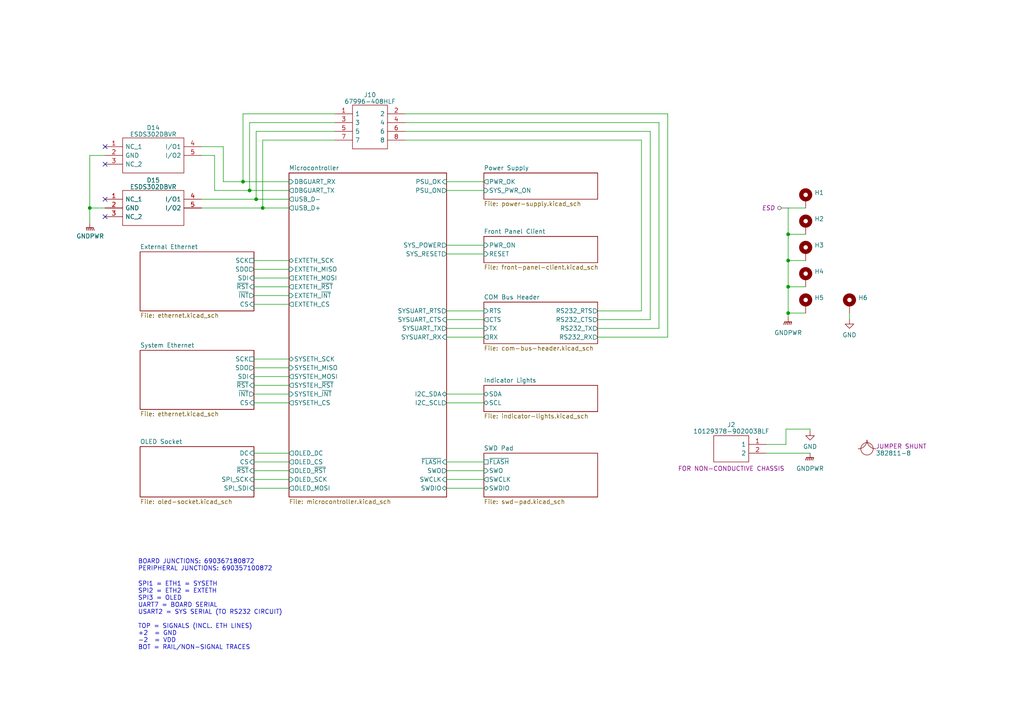
<source format=kicad_sch>
(kicad_sch (version 20230121) (generator eeschema)

  (uuid e89dcd22-1250-4a5b-b778-1c95a0dd623d)

  (paper "A4")

  (title_block
    (title "Oro Link")
    (date "2023-03-22")
    (rev "3")
    (company "Oro Operating System")
    (comment 1 "://oro.sh")
    (comment 2 "Joshua Lee Junon")
  )

  (lib_symbols
    (symbol "Mechanical:MountingHole_Pad" (pin_numbers hide) (pin_names (offset 1.016) hide) (in_bom yes) (on_board yes)
      (property "Reference" "H" (at 0 6.35 0)
        (effects (font (size 1.27 1.27)))
      )
      (property "Value" "MountingHole_Pad" (at 0 4.445 0)
        (effects (font (size 1.27 1.27)))
      )
      (property "Footprint" "" (at 0 0 0)
        (effects (font (size 1.27 1.27)) hide)
      )
      (property "Datasheet" "~" (at 0 0 0)
        (effects (font (size 1.27 1.27)) hide)
      )
      (property "ki_keywords" "mounting hole" (at 0 0 0)
        (effects (font (size 1.27 1.27)) hide)
      )
      (property "ki_description" "Mounting Hole with connection" (at 0 0 0)
        (effects (font (size 1.27 1.27)) hide)
      )
      (property "ki_fp_filters" "MountingHole*Pad*" (at 0 0 0)
        (effects (font (size 1.27 1.27)) hide)
      )
      (symbol "MountingHole_Pad_0_1"
        (circle (center 0 1.27) (radius 1.27)
          (stroke (width 1.27) (type default))
          (fill (type none))
        )
      )
      (symbol "MountingHole_Pad_1_1"
        (pin input line (at 0 -2.54 90) (length 2.54)
          (name "1" (effects (font (size 1.27 1.27))))
          (number "1" (effects (font (size 1.27 1.27))))
        )
      )
    )
    (symbol "Oro:BOM Part" (in_bom yes) (on_board no)
      (property "Reference" "B" (at 0 0 0)
        (effects (font (size 1.27 1.27)))
      )
      (property "Value" "BOM Part" (at 0 -2.54 0)
        (effects (font (size 1.27 1.27)))
      )
      (property "Footprint" "" (at 0 0 0)
        (effects (font (size 1.27 1.27)) hide)
      )
      (property "Datasheet" "" (at 0 0 0)
        (effects (font (size 1.27 1.27)) hide)
      )
      (property "Sim.Enable" "0" (at 0 0 0)
        (effects (font (size 1.27 1.27)) hide)
      )
      (symbol "BOM Part_0_1"
        (arc (start -2.54 0) (mid -2.54 0) (end -2.54 0)
          (stroke (width 0) (type default))
          (fill (type none))
        )
        (arc (start -2.54 0) (mid -0.7439 0.7439) (end 0 2.54)
          (stroke (width 0) (type default))
          (fill (type none))
        )
        (circle (center 0 0) (radius 1.7961)
          (stroke (width 0) (type default))
          (fill (type none))
        )
        (arc (start 0 2.54) (mid 0.7439 0.7439) (end 2.54 0)
          (stroke (width 0) (type default))
          (fill (type none))
        )
      )
    )
    (symbol "SamacSys_Parts:10129378-902003BLF" (pin_names (offset 0.762)) (in_bom yes) (on_board yes)
      (property "Reference" "J" (at 16.51 7.62 0)
        (effects (font (size 1.27 1.27)) (justify left))
      )
      (property "Value" "10129378-902003BLF" (at 16.51 5.08 0)
        (effects (font (size 1.27 1.27)) (justify left))
      )
      (property "Footprint" "HDRV2W67P0X254_1X2_508X241X1082P" (at 16.51 2.54 0)
        (effects (font (size 1.27 1.27)) (justify left) hide)
      )
      (property "Datasheet" "https://cdn.amphenol-cs.com/media/wysiwyg/files/drawing/10129378.pdf" (at 16.51 0 0)
        (effects (font (size 1.27 1.27)) (justify left) hide)
      )
      (property "Description" "EconoStik 2.54mm, Board to Board Connector, Unshrouded Verticl Header, Through Hole, Single Row, 2 Positions, 2.54 mm (0.100in) Pitch." (at 16.51 -2.54 0)
        (effects (font (size 1.27 1.27)) (justify left) hide)
      )
      (property "Height" "10.82" (at 16.51 -5.08 0)
        (effects (font (size 1.27 1.27)) (justify left) hide)
      )
      (property "Manufacturer_Name" "Amphenol Communication Solutions" (at 16.51 -7.62 0)
        (effects (font (size 1.27 1.27)) (justify left) hide)
      )
      (property "Manufacturer_Part_Number" "10129378-902003BLF" (at 16.51 -10.16 0)
        (effects (font (size 1.27 1.27)) (justify left) hide)
      )
      (property "Mouser Part Number" "649-1012937890203BLF" (at 16.51 -12.7 0)
        (effects (font (size 1.27 1.27)) (justify left) hide)
      )
      (property "Mouser Price/Stock" "https://www.mouser.co.uk/ProductDetail/Amphenol-FCI/10129378-902003BLF?qs=0lQeLiL1qyZU%252BgRaQ8FKPg%3D%3D" (at 16.51 -15.24 0)
        (effects (font (size 1.27 1.27)) (justify left) hide)
      )
      (property "Arrow Part Number" "" (at 16.51 -17.78 0)
        (effects (font (size 1.27 1.27)) (justify left) hide)
      )
      (property "Arrow Price/Stock" "" (at 16.51 -20.32 0)
        (effects (font (size 1.27 1.27)) (justify left) hide)
      )
      (property "ki_description" "EconoStik 2.54mm, Board to Board Connector, Unshrouded Verticl Header, Through Hole, Single Row, 2 Positions, 2.54 mm (0.100in) Pitch." (at 0 0 0)
        (effects (font (size 1.27 1.27)) hide)
      )
      (symbol "10129378-902003BLF_0_0"
        (pin passive line (at 0 0 0) (length 5.08)
          (name "1" (effects (font (size 1.27 1.27))))
          (number "1" (effects (font (size 1.27 1.27))))
        )
        (pin passive line (at 0 -2.54 0) (length 5.08)
          (name "2" (effects (font (size 1.27 1.27))))
          (number "2" (effects (font (size 1.27 1.27))))
        )
      )
      (symbol "10129378-902003BLF_0_1"
        (polyline
          (pts
            (xy 5.08 2.54)
            (xy 15.24 2.54)
            (xy 15.24 -5.08)
            (xy 5.08 -5.08)
            (xy 5.08 2.54)
          )
          (stroke (width 0.1524) (type solid))
          (fill (type none))
        )
      )
    )
    (symbol "SamacSys_Parts:67996-408HLF" (pin_names (offset 0.762)) (in_bom yes) (on_board yes)
      (property "Reference" "J" (at 16.51 7.62 0)
        (effects (font (size 1.27 1.27)) (justify left))
      )
      (property "Value" "67996-408HLF" (at 16.51 5.08 0)
        (effects (font (size 1.27 1.27)) (justify left))
      )
      (property "Footprint" "HDRV8W89P254_2X4_1016X483X858P" (at 16.51 2.54 0)
        (effects (font (size 1.27 1.27)) (justify left) hide)
      )
      (property "Datasheet" "https://cdn.amphenol-cs.com/media/wysiwyg/files/drawing/67996.pdf" (at 16.51 0 0)
        (effects (font (size 1.27 1.27)) (justify left) hide)
      )
      (property "Description" "BergStik, Board to Board connector, Unshrouded vertical header, Through Hole, Double Row, 8 Positions, 2.54 mm (0.100in) Pitch" (at 16.51 -2.54 0)
        (effects (font (size 1.27 1.27)) (justify left) hide)
      )
      (property "Height" "8.58" (at 16.51 -5.08 0)
        (effects (font (size 1.27 1.27)) (justify left) hide)
      )
      (property "Manufacturer_Name" "Amphenol Communications Solutions" (at 16.51 -7.62 0)
        (effects (font (size 1.27 1.27)) (justify left) hide)
      )
      (property "Manufacturer_Part_Number" "67996-408HLF" (at 16.51 -10.16 0)
        (effects (font (size 1.27 1.27)) (justify left) hide)
      )
      (property "Mouser Part Number" "649-67996-408HLF" (at 16.51 -12.7 0)
        (effects (font (size 1.27 1.27)) (justify left) hide)
      )
      (property "Mouser Price/Stock" "https://www.mouser.co.uk/ProductDetail/Amphenol-FCI/67996-408HLF?qs=zh4O8xspOux8A5Dq3mcAKw%3D%3D" (at 16.51 -15.24 0)
        (effects (font (size 1.27 1.27)) (justify left) hide)
      )
      (property "Arrow Part Number" "67996-408HLF" (at 16.51 -17.78 0)
        (effects (font (size 1.27 1.27)) (justify left) hide)
      )
      (property "Arrow Price/Stock" "https://www.arrow.com/en/products/67996-408hlf/amphenol-fci" (at 16.51 -20.32 0)
        (effects (font (size 1.27 1.27)) (justify left) hide)
      )
      (property "ki_description" "BergStik, Board to Board connector, Unshrouded vertical header, Through Hole, Double Row, 8 Positions, 2.54 mm (0.100in) Pitch" (at 0 0 0)
        (effects (font (size 1.27 1.27)) hide)
      )
      (symbol "67996-408HLF_0_0"
        (pin passive line (at 0 0 0) (length 5.08)
          (name "1" (effects (font (size 1.27 1.27))))
          (number "1" (effects (font (size 1.27 1.27))))
        )
        (pin passive line (at 20.32 0 180) (length 5.08)
          (name "2" (effects (font (size 1.27 1.27))))
          (number "2" (effects (font (size 1.27 1.27))))
        )
        (pin passive line (at 0 -2.54 0) (length 5.08)
          (name "3" (effects (font (size 1.27 1.27))))
          (number "3" (effects (font (size 1.27 1.27))))
        )
        (pin passive line (at 20.32 -2.54 180) (length 5.08)
          (name "4" (effects (font (size 1.27 1.27))))
          (number "4" (effects (font (size 1.27 1.27))))
        )
        (pin passive line (at 0 -5.08 0) (length 5.08)
          (name "5" (effects (font (size 1.27 1.27))))
          (number "5" (effects (font (size 1.27 1.27))))
        )
        (pin passive line (at 20.32 -5.08 180) (length 5.08)
          (name "6" (effects (font (size 1.27 1.27))))
          (number "6" (effects (font (size 1.27 1.27))))
        )
        (pin passive line (at 0 -7.62 0) (length 5.08)
          (name "7" (effects (font (size 1.27 1.27))))
          (number "7" (effects (font (size 1.27 1.27))))
        )
        (pin passive line (at 20.32 -7.62 180) (length 5.08)
          (name "8" (effects (font (size 1.27 1.27))))
          (number "8" (effects (font (size 1.27 1.27))))
        )
      )
      (symbol "67996-408HLF_0_1"
        (polyline
          (pts
            (xy 5.08 2.54)
            (xy 15.24 2.54)
            (xy 15.24 -10.16)
            (xy 5.08 -10.16)
            (xy 5.08 2.54)
          )
          (stroke (width 0.1524) (type solid))
          (fill (type none))
        )
      )
    )
    (symbol "SamacSys_Parts:ESDS302DBVR" (pin_names (offset 0.762)) (in_bom yes) (on_board yes)
      (property "Reference" "D" (at 24.13 7.62 0)
        (effects (font (size 1.27 1.27)) (justify left))
      )
      (property "Value" "ESDS302DBVR" (at 24.13 5.08 0)
        (effects (font (size 1.27 1.27)) (justify left))
      )
      (property "Footprint" "SOT95P280X145-5N" (at 24.13 2.54 0)
        (effects (font (size 1.27 1.27)) (justify left) hide)
      )
      (property "Datasheet" "http://www.ti.com/lit/gpn/esds302" (at 24.13 0 0)
        (effects (font (size 1.27 1.27)) (justify left) hide)
      )
      (property "Description" "3.6V Data-Line Surge and 30kV ESD Protection Diode Array" (at 24.13 -2.54 0)
        (effects (font (size 1.27 1.27)) (justify left) hide)
      )
      (property "Height" "1.45" (at 24.13 -5.08 0)
        (effects (font (size 1.27 1.27)) (justify left) hide)
      )
      (property "Manufacturer_Name" "Texas Instruments" (at 24.13 -7.62 0)
        (effects (font (size 1.27 1.27)) (justify left) hide)
      )
      (property "Manufacturer_Part_Number" "ESDS302DBVR" (at 24.13 -10.16 0)
        (effects (font (size 1.27 1.27)) (justify left) hide)
      )
      (property "Mouser Part Number" "595-ESDS302DBVR" (at 24.13 -12.7 0)
        (effects (font (size 1.27 1.27)) (justify left) hide)
      )
      (property "Mouser Price/Stock" "https://www.mouser.co.uk/ProductDetail/Texas-Instruments/ESDS302DBVR?qs=qSfuJ%252Bfl%2Fd4NxvvS2bbWLw%3D%3D" (at 24.13 -15.24 0)
        (effects (font (size 1.27 1.27)) (justify left) hide)
      )
      (property "Arrow Part Number" "ESDS302DBVR" (at 24.13 -17.78 0)
        (effects (font (size 1.27 1.27)) (justify left) hide)
      )
      (property "Arrow Price/Stock" "https://www.arrow.com/en/products/esds302dbvr/texas-instruments" (at 24.13 -20.32 0)
        (effects (font (size 1.27 1.27)) (justify left) hide)
      )
      (property "ki_description" "3.6V Data-Line Surge and 30kV ESD Protection Diode Array" (at 0 0 0)
        (effects (font (size 1.27 1.27)) hide)
      )
      (symbol "ESDS302DBVR_0_0"
        (pin passive line (at 0 0 0) (length 5.08)
          (name "NC_1" (effects (font (size 1.27 1.27))))
          (number "1" (effects (font (size 1.27 1.27))))
        )
        (pin passive line (at 0 -2.54 0) (length 5.08)
          (name "GND" (effects (font (size 1.27 1.27))))
          (number "2" (effects (font (size 1.27 1.27))))
        )
        (pin passive line (at 0 -5.08 0) (length 5.08)
          (name "NC_2" (effects (font (size 1.27 1.27))))
          (number "3" (effects (font (size 1.27 1.27))))
        )
        (pin passive line (at 27.94 0 180) (length 5.08)
          (name "I/O1" (effects (font (size 1.27 1.27))))
          (number "4" (effects (font (size 1.27 1.27))))
        )
        (pin passive line (at 27.94 -2.54 180) (length 5.08)
          (name "I/O2" (effects (font (size 1.27 1.27))))
          (number "5" (effects (font (size 1.27 1.27))))
        )
      )
      (symbol "ESDS302DBVR_0_1"
        (polyline
          (pts
            (xy 5.08 2.54)
            (xy 22.86 2.54)
            (xy 22.86 -7.62)
            (xy 5.08 -7.62)
            (xy 5.08 2.54)
          )
          (stroke (width 0.1524) (type solid))
          (fill (type none))
        )
      )
    )
    (symbol "power:GND" (power) (pin_names (offset 0)) (in_bom yes) (on_board yes)
      (property "Reference" "#PWR" (at 0 -6.35 0)
        (effects (font (size 1.27 1.27)) hide)
      )
      (property "Value" "GND" (at 0 -3.81 0)
        (effects (font (size 1.27 1.27)))
      )
      (property "Footprint" "" (at 0 0 0)
        (effects (font (size 1.27 1.27)) hide)
      )
      (property "Datasheet" "" (at 0 0 0)
        (effects (font (size 1.27 1.27)) hide)
      )
      (property "ki_keywords" "global power" (at 0 0 0)
        (effects (font (size 1.27 1.27)) hide)
      )
      (property "ki_description" "Power symbol creates a global label with name \"GND\" , ground" (at 0 0 0)
        (effects (font (size 1.27 1.27)) hide)
      )
      (symbol "GND_0_1"
        (polyline
          (pts
            (xy 0 0)
            (xy 0 -1.27)
            (xy 1.27 -1.27)
            (xy 0 -2.54)
            (xy -1.27 -1.27)
            (xy 0 -1.27)
          )
          (stroke (width 0) (type default))
          (fill (type none))
        )
      )
      (symbol "GND_1_1"
        (pin power_in line (at 0 0 270) (length 0) hide
          (name "GND" (effects (font (size 1.27 1.27))))
          (number "1" (effects (font (size 1.27 1.27))))
        )
      )
    )
    (symbol "power:GNDPWR" (power) (pin_names (offset 0)) (in_bom yes) (on_board yes)
      (property "Reference" "#PWR" (at 0 -5.08 0)
        (effects (font (size 1.27 1.27)) hide)
      )
      (property "Value" "GNDPWR" (at 0 -3.302 0)
        (effects (font (size 1.27 1.27)))
      )
      (property "Footprint" "" (at 0 -1.27 0)
        (effects (font (size 1.27 1.27)) hide)
      )
      (property "Datasheet" "" (at 0 -1.27 0)
        (effects (font (size 1.27 1.27)) hide)
      )
      (property "ki_keywords" "global ground" (at 0 0 0)
        (effects (font (size 1.27 1.27)) hide)
      )
      (property "ki_description" "Power symbol creates a global label with name \"GNDPWR\" , global ground" (at 0 0 0)
        (effects (font (size 1.27 1.27)) hide)
      )
      (symbol "GNDPWR_0_1"
        (polyline
          (pts
            (xy 0 -1.27)
            (xy 0 0)
          )
          (stroke (width 0) (type default))
          (fill (type none))
        )
        (polyline
          (pts
            (xy -1.016 -1.27)
            (xy -1.27 -2.032)
            (xy -1.27 -2.032)
          )
          (stroke (width 0.2032) (type default))
          (fill (type none))
        )
        (polyline
          (pts
            (xy -0.508 -1.27)
            (xy -0.762 -2.032)
            (xy -0.762 -2.032)
          )
          (stroke (width 0.2032) (type default))
          (fill (type none))
        )
        (polyline
          (pts
            (xy 0 -1.27)
            (xy -0.254 -2.032)
            (xy -0.254 -2.032)
          )
          (stroke (width 0.2032) (type default))
          (fill (type none))
        )
        (polyline
          (pts
            (xy 0.508 -1.27)
            (xy 0.254 -2.032)
            (xy 0.254 -2.032)
          )
          (stroke (width 0.2032) (type default))
          (fill (type none))
        )
        (polyline
          (pts
            (xy 1.016 -1.27)
            (xy -1.016 -1.27)
            (xy -1.016 -1.27)
          )
          (stroke (width 0.2032) (type default))
          (fill (type none))
        )
        (polyline
          (pts
            (xy 1.016 -1.27)
            (xy 0.762 -2.032)
            (xy 0.762 -2.032)
            (xy 0.762 -2.032)
          )
          (stroke (width 0.2032) (type default))
          (fill (type none))
        )
      )
      (symbol "GNDPWR_1_1"
        (pin power_in line (at 0 0 270) (length 0) hide
          (name "GNDPWR" (effects (font (size 1.27 1.27))))
          (number "1" (effects (font (size 1.27 1.27))))
        )
      )
    )
  )

  (junction (at 76.2 60.325) (diameter 0) (color 0 0 0 0)
    (uuid 519ab96c-b941-4120-ac40-fbdff78741d1)
  )
  (junction (at 70.485 52.705) (diameter 0) (color 0 0 0 0)
    (uuid 5787083e-1b0b-46b5-9cf5-dbd8f4481593)
  )
  (junction (at 228.6 67.945) (diameter 0) (color 0 0 0 0)
    (uuid 661b6141-8f87-4fbc-8363-a52e3091c355)
  )
  (junction (at 228.6 90.805) (diameter 0) (color 0 0 0 0)
    (uuid 72ac2370-36d1-4e7e-b6d9-a8e456139b1a)
  )
  (junction (at 228.6 75.565) (diameter 0) (color 0 0 0 0)
    (uuid 890fab9e-fe61-44dd-9b7a-10838dc26fef)
  )
  (junction (at 228.6 83.185) (diameter 0) (color 0 0 0 0)
    (uuid 9fcb5745-c291-46de-b02c-f7c8d023001e)
  )
  (junction (at 74.295 57.785) (diameter 0) (color 0 0 0 0)
    (uuid bd6fe481-d59b-4626-9e23-cd3fbc600ec2)
  )
  (junction (at 26.035 60.325) (diameter 0) (color 0 0 0 0)
    (uuid d7469f64-9197-4c07-8214-357cf3ee6e9f)
  )
  (junction (at 72.39 55.245) (diameter 0) (color 0 0 0 0)
    (uuid e760638a-21e0-4458-a079-5aedeff01bbf)
  )

  (no_connect (at 30.48 57.785) (uuid 217547ca-ee6d-4248-ac05-3d83617224b5))
  (no_connect (at 30.48 62.865) (uuid a92c9d6a-8cf4-4d57-bca7-5dd34511791c))
  (no_connect (at 30.48 47.625) (uuid c696a51b-ed52-499d-a268-b516ebcb1bab))
  (no_connect (at 30.48 42.545) (uuid e34fb80a-76ea-4cc0-8a4b-7876cf74f704))

  (wire (pts (xy 73.66 109.22) (xy 83.82 109.22))
    (stroke (width 0) (type default))
    (uuid 01db7def-863f-4460-a802-2ec51dfb9367)
  )
  (wire (pts (xy 70.485 33.02) (xy 97.155 33.02))
    (stroke (width 0) (type default))
    (uuid 036d3013-9595-4cc0-bea0-90d90156a23c)
  )
  (wire (pts (xy 62.23 55.245) (xy 62.23 45.085))
    (stroke (width 0) (type default))
    (uuid 04f6c70f-3735-4e4b-b285-32a03e7c6123)
  )
  (wire (pts (xy 73.66 88.265) (xy 83.82 88.265))
    (stroke (width 0) (type default))
    (uuid 10ca1b8d-b487-4903-8905-351b7f5e2867)
  )
  (wire (pts (xy 228.6 83.185) (xy 233.68 83.185))
    (stroke (width 0) (type default))
    (uuid 11329b25-db6b-4a32-9b34-0d5e1db212d8)
  )
  (wire (pts (xy 228.6 60.325) (xy 233.68 60.325))
    (stroke (width 0) (type default))
    (uuid 17acbf68-0b18-4ef7-ba31-0952c5b6ba49)
  )
  (wire (pts (xy 186.055 90.17) (xy 186.055 40.64))
    (stroke (width 0) (type default))
    (uuid 1a783963-0101-49c2-b6fb-ae61bfb14778)
  )
  (wire (pts (xy 73.66 75.565) (xy 83.82 75.565))
    (stroke (width 0) (type default))
    (uuid 1ab50632-c857-41a9-8a63-55b3d8566a6a)
  )
  (wire (pts (xy 228.6 75.565) (xy 233.68 75.565))
    (stroke (width 0) (type default))
    (uuid 1f0845af-4707-4b33-abd4-d730afdac851)
  )
  (wire (pts (xy 70.485 52.705) (xy 70.485 33.02))
    (stroke (width 0) (type default))
    (uuid 25205aec-de05-41e6-83cf-cca130b6193f)
  )
  (wire (pts (xy 129.54 97.79) (xy 140.335 97.79))
    (stroke (width 0) (type default))
    (uuid 28118b36-6637-4bcb-b125-ceab1d16aaca)
  )
  (wire (pts (xy 76.2 40.64) (xy 97.155 40.64))
    (stroke (width 0) (type default))
    (uuid 2d8cc211-894a-43ce-80f7-6bb0cb112226)
  )
  (wire (pts (xy 73.66 111.76) (xy 83.82 111.76))
    (stroke (width 0) (type default))
    (uuid 3001de68-d355-4341-b3ae-afe7b3089673)
  )
  (wire (pts (xy 76.2 60.325) (xy 76.2 40.64))
    (stroke (width 0) (type default))
    (uuid 353e7f56-5f7e-4cda-b7d4-59ab77b055a6)
  )
  (wire (pts (xy 73.66 139.065) (xy 83.82 139.065))
    (stroke (width 0) (type default))
    (uuid 4072240e-cfa3-47f8-837f-e2d9c720eb6b)
  )
  (wire (pts (xy 173.355 95.25) (xy 191.135 95.25))
    (stroke (width 0) (type default))
    (uuid 42bdfc22-5b82-457e-a3d2-3ef5d96d01c2)
  )
  (wire (pts (xy 73.66 80.645) (xy 83.82 80.645))
    (stroke (width 0) (type default))
    (uuid 47418031-dcdc-4b38-bff9-ed373f689568)
  )
  (wire (pts (xy 74.295 57.785) (xy 74.295 38.1))
    (stroke (width 0) (type default))
    (uuid 47fd6688-0cc3-4037-9b27-bfc48643a096)
  )
  (wire (pts (xy 64.77 42.545) (xy 58.42 42.545))
    (stroke (width 0) (type default))
    (uuid 49fb8455-2a82-4128-a549-4706cc589046)
  )
  (wire (pts (xy 70.485 52.705) (xy 83.82 52.705))
    (stroke (width 0) (type default))
    (uuid 4d9a922b-8b1a-44a2-8a0f-6bf2d33d2713)
  )
  (wire (pts (xy 73.66 131.445) (xy 83.82 131.445))
    (stroke (width 0) (type default))
    (uuid 4db8af70-dc43-4e8d-a7a2-42222cf9f24b)
  )
  (wire (pts (xy 58.42 57.785) (xy 74.295 57.785))
    (stroke (width 0) (type default))
    (uuid 4dd8d431-430d-483e-85b2-d89c439b7743)
  )
  (wire (pts (xy 129.54 55.245) (xy 140.335 55.245))
    (stroke (width 0) (type default))
    (uuid 4fe290a5-c5f4-426d-95a6-8df60097a32f)
  )
  (wire (pts (xy 73.66 78.105) (xy 83.82 78.105))
    (stroke (width 0) (type default))
    (uuid 52ff3c14-b567-41c9-abbf-a2ef3f189d43)
  )
  (wire (pts (xy 64.77 52.705) (xy 64.77 42.545))
    (stroke (width 0) (type default))
    (uuid 54704a0c-804a-41be-b2d4-b12285383855)
  )
  (wire (pts (xy 173.355 90.17) (xy 186.055 90.17))
    (stroke (width 0) (type default))
    (uuid 57148e95-decf-4d21-a416-44c321855822)
  )
  (wire (pts (xy 246.38 90.805) (xy 246.38 92.71))
    (stroke (width 0) (type default))
    (uuid 582f160a-3241-43d1-95fb-c040e2912d2e)
  )
  (wire (pts (xy 58.42 60.325) (xy 76.2 60.325))
    (stroke (width 0) (type default))
    (uuid 5c76b6b4-87db-4513-bce8-d87861bde70a)
  )
  (wire (pts (xy 227.965 124.46) (xy 234.95 124.46))
    (stroke (width 0) (type default))
    (uuid 61e231bb-fd90-4605-8ea0-0762f3b26ad9)
  )
  (wire (pts (xy 62.23 45.085) (xy 58.42 45.085))
    (stroke (width 0) (type default))
    (uuid 66fc3c4a-a2a7-4c23-a789-bc8435e5e047)
  )
  (wire (pts (xy 30.48 45.085) (xy 26.035 45.085))
    (stroke (width 0) (type default))
    (uuid 690f768e-efff-4453-8ef4-ae3d6b879c1c)
  )
  (wire (pts (xy 117.475 33.02) (xy 193.675 33.02))
    (stroke (width 0) (type default))
    (uuid 69b46502-60d4-4154-9fe2-9edf26197a11)
  )
  (wire (pts (xy 228.6 90.805) (xy 233.68 90.805))
    (stroke (width 0) (type default))
    (uuid 6c532b15-a398-447e-b1e7-86a4c5f65e27)
  )
  (wire (pts (xy 73.66 136.525) (xy 83.82 136.525))
    (stroke (width 0) (type default))
    (uuid 6d5f7412-4a81-4c1d-a3ae-7c347d93f5bd)
  )
  (wire (pts (xy 234.95 124.46) (xy 234.95 125.095))
    (stroke (width 0) (type default))
    (uuid 6e79d260-73a2-4f1e-bca7-6acc0b172f17)
  )
  (wire (pts (xy 193.675 97.79) (xy 193.675 33.02))
    (stroke (width 0) (type default))
    (uuid 7028f7fa-ceba-41c1-a743-5e979a45f948)
  )
  (wire (pts (xy 228.6 75.565) (xy 228.6 83.185))
    (stroke (width 0) (type default))
    (uuid 73ca7517-5e37-4047-8301-be66744c056b)
  )
  (wire (pts (xy 129.54 116.84) (xy 140.335 116.84))
    (stroke (width 0) (type default))
    (uuid 7b54ad0b-f4a9-44b5-a886-f5769a1496e0)
  )
  (wire (pts (xy 26.035 60.325) (xy 26.035 64.77))
    (stroke (width 0) (type default))
    (uuid 80f00e60-541b-4a72-b665-5495ffaaefbc)
  )
  (wire (pts (xy 73.66 85.725) (xy 83.82 85.725))
    (stroke (width 0) (type default))
    (uuid 83ed30c9-f060-4b12-84ef-26d3fb55fc99)
  )
  (wire (pts (xy 129.54 73.66) (xy 140.335 73.66))
    (stroke (width 0) (type default))
    (uuid 897a3fbf-a458-4dd6-8eb8-a567a8388310)
  )
  (wire (pts (xy 129.54 114.3) (xy 140.335 114.3))
    (stroke (width 0) (type default))
    (uuid 8a1495ed-2378-4ca1-8b57-dbe9ae54dd91)
  )
  (wire (pts (xy 129.54 92.71) (xy 140.335 92.71))
    (stroke (width 0) (type default))
    (uuid 8b7c7054-f565-4b9d-a7d0-1832ae3f140f)
  )
  (wire (pts (xy 129.54 141.605) (xy 140.335 141.605))
    (stroke (width 0) (type default))
    (uuid 924d4866-1d30-4676-90a2-f2a3e1da2929)
  )
  (wire (pts (xy 129.54 139.065) (xy 140.335 139.065))
    (stroke (width 0) (type default))
    (uuid 977abf6e-1aa6-4ed6-90f5-464ab8571b5d)
  )
  (wire (pts (xy 26.035 45.085) (xy 26.035 60.325))
    (stroke (width 0) (type default))
    (uuid 98baadb6-e09e-4910-a2c8-8e1a51ccc1a6)
  )
  (wire (pts (xy 73.66 116.84) (xy 83.82 116.84))
    (stroke (width 0) (type default))
    (uuid 9d00d30f-68a1-42eb-b2ea-fd2a7042acc2)
  )
  (wire (pts (xy 129.54 136.525) (xy 140.335 136.525))
    (stroke (width 0) (type default))
    (uuid 9fbe0aba-7154-4c92-af5d-890c437ce2bd)
  )
  (wire (pts (xy 129.54 90.17) (xy 140.335 90.17))
    (stroke (width 0) (type default))
    (uuid a1bce170-0825-4f27-8518-b3f29d266197)
  )
  (wire (pts (xy 73.66 83.185) (xy 83.82 83.185))
    (stroke (width 0) (type default))
    (uuid a41945d4-39a5-492e-9154-6006ae4870df)
  )
  (wire (pts (xy 62.23 55.245) (xy 72.39 55.245))
    (stroke (width 0) (type default))
    (uuid a89c211e-b284-4609-83c2-5093e0ad8e40)
  )
  (wire (pts (xy 228.6 67.945) (xy 228.6 75.565))
    (stroke (width 0) (type default))
    (uuid acf65e51-bedc-49c2-9896-c89457d2b6cd)
  )
  (wire (pts (xy 228.6 67.945) (xy 233.68 67.945))
    (stroke (width 0) (type default))
    (uuid acf9fc9f-11ae-49a9-9613-b3ac66687da8)
  )
  (wire (pts (xy 222.25 131.445) (xy 234.95 131.445))
    (stroke (width 0) (type default))
    (uuid b136255e-934a-411e-8f60-4c8d9b5bab99)
  )
  (wire (pts (xy 73.66 106.68) (xy 83.82 106.68))
    (stroke (width 0) (type default))
    (uuid b1afb864-391d-47ed-a95c-23001178e082)
  )
  (wire (pts (xy 117.475 38.1) (xy 188.595 38.1))
    (stroke (width 0) (type default))
    (uuid b2fda4d0-b392-4799-9784-03c87961238d)
  )
  (wire (pts (xy 228.6 60.325) (xy 228.6 67.945))
    (stroke (width 0) (type default))
    (uuid b455b3c7-14e4-4374-b47a-b490667d2b91)
  )
  (wire (pts (xy 72.39 35.56) (xy 97.155 35.56))
    (stroke (width 0) (type default))
    (uuid b4e5dc68-a4aa-4357-840d-20a1b11fe0fc)
  )
  (wire (pts (xy 129.54 95.25) (xy 140.335 95.25))
    (stroke (width 0) (type default))
    (uuid b5019148-2f84-4d09-99e2-8a3861857546)
  )
  (wire (pts (xy 129.54 52.705) (xy 140.335 52.705))
    (stroke (width 0) (type default))
    (uuid b6d9fd4c-f306-486b-94e6-284b8435a7db)
  )
  (wire (pts (xy 26.035 60.325) (xy 30.48 60.325))
    (stroke (width 0) (type default))
    (uuid b78905cd-cfb2-40e7-8bd6-56e7151cfd82)
  )
  (wire (pts (xy 228.6 83.185) (xy 228.6 90.805))
    (stroke (width 0) (type default))
    (uuid b7a9cc8a-acad-417f-b062-a79ffe1fb552)
  )
  (wire (pts (xy 74.295 38.1) (xy 97.155 38.1))
    (stroke (width 0) (type default))
    (uuid bbc2107f-7059-4517-a77b-5e48f9d1b025)
  )
  (wire (pts (xy 73.66 141.605) (xy 83.82 141.605))
    (stroke (width 0) (type default))
    (uuid be4501a4-49b6-4727-acd6-12aa07f212da)
  )
  (wire (pts (xy 72.39 55.245) (xy 72.39 35.56))
    (stroke (width 0) (type default))
    (uuid c07fd251-e3cd-4c16-a4e3-8ce1e3554406)
  )
  (wire (pts (xy 73.66 133.985) (xy 83.82 133.985))
    (stroke (width 0) (type default))
    (uuid c0f8e925-b3d5-4996-8c38-162725c1b471)
  )
  (wire (pts (xy 129.54 71.12) (xy 140.335 71.12))
    (stroke (width 0) (type default))
    (uuid c72279ae-b7b6-4607-8455-042ea6628670)
  )
  (wire (pts (xy 72.39 55.245) (xy 83.82 55.245))
    (stroke (width 0) (type default))
    (uuid c968107b-9bd1-41cc-b983-31f19ee89c91)
  )
  (wire (pts (xy 188.595 92.71) (xy 188.595 38.1))
    (stroke (width 0) (type default))
    (uuid ca8a7b42-83f0-40b6-b2af-10d849effb19)
  )
  (wire (pts (xy 73.66 114.3) (xy 83.82 114.3))
    (stroke (width 0) (type default))
    (uuid cbabc6c3-acc8-4b4d-adae-3e4f6f702ed5)
  )
  (wire (pts (xy 228.6 90.805) (xy 228.6 92.075))
    (stroke (width 0) (type default))
    (uuid cc4c89ed-c233-4db1-a03c-089866591fa8)
  )
  (wire (pts (xy 117.475 35.56) (xy 191.135 35.56))
    (stroke (width 0) (type default))
    (uuid cd963b88-f9d9-48f0-bf64-9d444f40c682)
  )
  (wire (pts (xy 173.355 92.71) (xy 188.595 92.71))
    (stroke (width 0) (type default))
    (uuid d80e3315-9497-4fca-87de-1c69bd14ddf9)
  )
  (wire (pts (xy 222.25 128.905) (xy 227.965 128.905))
    (stroke (width 0) (type default))
    (uuid dbc8eff9-3840-4de9-9678-1690b6411726)
  )
  (wire (pts (xy 191.135 95.25) (xy 191.135 35.56))
    (stroke (width 0) (type default))
    (uuid ddeb8c41-6f8a-4e32-a2af-fe534d9a220f)
  )
  (wire (pts (xy 76.2 60.325) (xy 83.82 60.325))
    (stroke (width 0) (type default))
    (uuid e8a3dda5-d6b6-4143-b01d-2d14b4e8c430)
  )
  (wire (pts (xy 117.475 40.64) (xy 186.055 40.64))
    (stroke (width 0) (type default))
    (uuid ea83593d-ca09-45d5-906b-42aea9eabb83)
  )
  (wire (pts (xy 73.66 104.14) (xy 83.82 104.14))
    (stroke (width 0) (type default))
    (uuid efd56462-d170-45cd-812b-e577b683338e)
  )
  (wire (pts (xy 129.54 133.985) (xy 140.335 133.985))
    (stroke (width 0) (type default))
    (uuid f003bedf-871b-450d-a195-835c502224fc)
  )
  (wire (pts (xy 64.77 52.705) (xy 70.485 52.705))
    (stroke (width 0) (type default))
    (uuid f172159b-1693-4eb7-8a74-ba4295e50b47)
  )
  (wire (pts (xy 74.295 57.785) (xy 83.82 57.785))
    (stroke (width 0) (type default))
    (uuid f2f0b0d8-5b67-4998-86bd-77dcee19d73b)
  )
  (wire (pts (xy 227.965 128.905) (xy 227.965 124.46))
    (stroke (width 0) (type default))
    (uuid f5be641e-e98d-42b6-87bb-d60278692764)
  )
  (wire (pts (xy 173.355 97.79) (xy 193.675 97.79))
    (stroke (width 0) (type default))
    (uuid ff742753-2cc4-45a9-980b-9f05e1480727)
  )

  (text "SPI1 = ETH1 = SYSETH\nSPI2 = ETH2 = EXTETH\nSPI3 = OLED\nUART7 = BOARD SERIAL\nUSART2 = SYS SERIAL (TO RS232 CIRCUIT)\n\nTOP = SIGNALS (INCL. ETH LINES)\n+2  = GND\n-2  = VDD\nBOT = RAIL/NON-SIGNAL TRACES"
    (at 40.005 188.595 0)
    (effects (font (size 1.27 1.27)) (justify left bottom))
    (uuid 3c640dba-fa52-4fbc-b48a-7d17584c9cc7)
  )
  (text "BOARD JUNCTIONS: 690367180872\nPERIPHERAL JUNCTIONS: 690357100872"
    (at 40.005 165.735 0)
    (effects (font (size 1.27 1.27)) (justify left bottom))
    (uuid 72181aa1-767c-413d-8006-ceee05ee5ba7)
  )

  (netclass_flag "" (length 2.54) (shape round) (at 228.6 60.325 90)
    (effects (font (size 1.27 1.27)) (justify left bottom))
    (uuid 3cd3452f-e245-4df6-b976-51a0071ccfae)
    (property "Netclass" "ESD" (at 224.79 60.325 0)
      (effects (font (size 1.27 1.27) italic) (justify right))
    )
  )

  (symbol (lib_id "Mechanical:MountingHole_Pad") (at 233.68 73.025 0) (unit 1)
    (in_bom no) (on_board yes) (dnp no) (fields_autoplaced)
    (uuid 0ab99149-4c96-48f3-9c24-64cfff9a7bdb)
    (property "Reference" "H5" (at 236.22 71.1113 0)
      (effects (font (size 1.27 1.27)) (justify left))
    )
    (property "Value" "MountingHole_Pad" (at 236.22 73.0323 0)
      (effects (font (size 1.27 1.27)) (justify left) hide)
    )
    (property "Footprint" "MountingHole:MountingHole_3.2mm_M3_Pad_Via" (at 233.68 73.025 0)
      (effects (font (size 1.27 1.27)) hide)
    )
    (property "Datasheet" "~" (at 233.68 73.025 0)
      (effects (font (size 1.27 1.27)) hide)
    )
    (property "Sim.Enable" "0" (at 233.68 73.025 0)
      (effects (font (size 1.27 1.27)) hide)
    )
    (pin "1" (uuid e5a12cc8-8b8f-425d-9269-d8406475fd73))
    (instances
      (project "Oro Testbed v2"
        (path "/3d0fc623-63eb-45e5-a304-e470d9b3a173"
          (reference "H5") (unit 1)
        )
      )
      (project "OroLink"
        (path "/e89dcd22-1250-4a5b-b778-1c95a0dd623d"
          (reference "H3") (unit 1)
        )
        (path "/e89dcd22-1250-4a5b-b778-1c95a0dd623d/f955395e-bf1a-4ef3-9cfe-ec9d49f66988"
          (reference "H3") (unit 1)
        )
      )
    )
  )

  (symbol (lib_id "power:GND") (at 234.95 125.095 0) (unit 1)
    (in_bom yes) (on_board yes) (dnp no)
    (uuid 12ae2405-6a1f-44dc-b004-7d04980f4d2c)
    (property "Reference" "#PWR025" (at 234.95 131.445 0)
      (effects (font (size 1.27 1.27)) hide)
    )
    (property "Value" "GND" (at 234.95 129.54 0)
      (effects (font (size 1.27 1.27)))
    )
    (property "Footprint" "" (at 234.95 125.095 0)
      (effects (font (size 1.27 1.27)) hide)
    )
    (property "Datasheet" "" (at 234.95 125.095 0)
      (effects (font (size 1.27 1.27)) hide)
    )
    (pin "1" (uuid 067df455-8177-4f09-ba4e-39a403f0fd6b))
    (instances
      (project "OroLink"
        (path "/e89dcd22-1250-4a5b-b778-1c95a0dd623d/f955395e-bf1a-4ef3-9cfe-ec9d49f66988"
          (reference "#PWR025") (unit 1)
        )
        (path "/e89dcd22-1250-4a5b-b778-1c95a0dd623d"
          (reference "#PWR043") (unit 1)
        )
      )
    )
  )

  (symbol (lib_id "SamacSys_Parts:ESDS302DBVR") (at 30.48 57.785 0) (unit 1)
    (in_bom yes) (on_board yes) (dnp no)
    (uuid 2572ff69-8133-444c-bc70-9ecd93aa7426)
    (property "Reference" "D15" (at 44.45 52.2859 0)
      (effects (font (size 1.27 1.27)))
    )
    (property "Value" "ESDS302DBVR" (at 44.45 54.2069 0)
      (effects (font (size 1.27 1.27)))
    )
    (property "Footprint" "SOT95P280X145-5N" (at 54.61 55.245 0)
      (effects (font (size 1.27 1.27)) (justify left) hide)
    )
    (property "Datasheet" "http://www.ti.com/lit/gpn/esds302" (at 54.61 57.785 0)
      (effects (font (size 1.27 1.27)) (justify left) hide)
    )
    (property "Description" "3.6V Data-Line Surge and 30kV ESD Protection Diode Array" (at 54.61 60.325 0)
      (effects (font (size 1.27 1.27)) (justify left) hide)
    )
    (property "Height" "1.45" (at 54.61 62.865 0)
      (effects (font (size 1.27 1.27)) (justify left) hide)
    )
    (property "Manufacturer_Name" "Texas Instruments" (at 54.61 65.405 0)
      (effects (font (size 1.27 1.27)) (justify left) hide)
    )
    (property "Manufacturer_Part_Number" "ESDS302DBVR" (at 54.61 67.945 0)
      (effects (font (size 1.27 1.27)) (justify left) hide)
    )
    (property "Mouser Part Number" "595-ESDS302DBVR" (at 54.61 70.485 0)
      (effects (font (size 1.27 1.27)) (justify left) hide)
    )
    (property "Mouser Price/Stock" "https://www.mouser.co.uk/ProductDetail/Texas-Instruments/ESDS302DBVR?qs=qSfuJ%252Bfl%2Fd4NxvvS2bbWLw%3D%3D" (at 54.61 73.025 0)
      (effects (font (size 1.27 1.27)) (justify left) hide)
    )
    (property "Arrow Part Number" "ESDS302DBVR" (at 54.61 75.565 0)
      (effects (font (size 1.27 1.27)) (justify left) hide)
    )
    (property "Arrow Price/Stock" "https://www.arrow.com/en/products/esds302dbvr/texas-instruments" (at 54.61 78.105 0)
      (effects (font (size 1.27 1.27)) (justify left) hide)
    )
    (pin "1" (uuid 2f97dec0-df0a-495d-9b90-1c7d28d8bedf))
    (pin "2" (uuid 658b3409-9514-4d1c-af4c-e6448dea7fe7))
    (pin "3" (uuid e3aba5a2-d80e-453d-9d3b-460967d38ba1))
    (pin "4" (uuid 3f89b190-a6af-4b67-8c71-6bde7661de7f))
    (pin "5" (uuid 9ed71205-686c-4a37-a92e-928df7f6d355))
    (instances
      (project "OroLink"
        (path "/e89dcd22-1250-4a5b-b778-1c95a0dd623d"
          (reference "D15") (unit 1)
        )
      )
    )
  )

  (symbol (lib_id "power:GNDPWR") (at 228.6 92.075 0) (unit 1)
    (in_bom yes) (on_board yes) (dnp no)
    (uuid 2ad7d067-8072-46ec-9c08-71c45fb8988d)
    (property "Reference" "#PWR01" (at 228.6 97.155 0)
      (effects (font (size 1.27 1.27)) hide)
    )
    (property "Value" "GNDPWR" (at 228.6 96.52 0)
      (effects (font (size 1.27 1.27)))
    )
    (property "Footprint" "" (at 228.6 93.345 0)
      (effects (font (size 1.27 1.27)) hide)
    )
    (property "Datasheet" "" (at 228.6 93.345 0)
      (effects (font (size 1.27 1.27)) hide)
    )
    (pin "1" (uuid 0dea8ea8-d17e-4750-adc1-e56ae823a59d))
    (instances
      (project "OroLink"
        (path "/e89dcd22-1250-4a5b-b778-1c95a0dd623d"
          (reference "#PWR01") (unit 1)
        )
        (path "/e89dcd22-1250-4a5b-b778-1c95a0dd623d/f955395e-bf1a-4ef3-9cfe-ec9d49f66988"
          (reference "#PWR024") (unit 1)
        )
      )
    )
  )

  (symbol (lib_id "power:GND") (at 246.38 92.71 0) (unit 1)
    (in_bom yes) (on_board yes) (dnp no)
    (uuid 3e3593a4-d9be-4b69-ad0f-fca7c061dbcf)
    (property "Reference" "#PWR025" (at 246.38 99.06 0)
      (effects (font (size 1.27 1.27)) hide)
    )
    (property "Value" "GND" (at 246.38 97.155 0)
      (effects (font (size 1.27 1.27)))
    )
    (property "Footprint" "" (at 246.38 92.71 0)
      (effects (font (size 1.27 1.27)) hide)
    )
    (property "Datasheet" "" (at 246.38 92.71 0)
      (effects (font (size 1.27 1.27)) hide)
    )
    (pin "1" (uuid 19f24722-39ce-4e60-ba17-0dbc15310237))
    (instances
      (project "OroLink"
        (path "/e89dcd22-1250-4a5b-b778-1c95a0dd623d/f955395e-bf1a-4ef3-9cfe-ec9d49f66988"
          (reference "#PWR025") (unit 1)
        )
        (path "/e89dcd22-1250-4a5b-b778-1c95a0dd623d"
          (reference "#PWR02") (unit 1)
        )
      )
    )
  )

  (symbol (lib_id "Mechanical:MountingHole_Pad") (at 233.68 88.265 0) (unit 1)
    (in_bom no) (on_board yes) (dnp no) (fields_autoplaced)
    (uuid 42c48879-7e85-46e9-9410-e0d1fca9199f)
    (property "Reference" "H2" (at 236.22 86.3513 0)
      (effects (font (size 1.27 1.27)) (justify left))
    )
    (property "Value" "MountingHole_Pad" (at 236.22 88.2723 0)
      (effects (font (size 1.27 1.27)) (justify left) hide)
    )
    (property "Footprint" "MountingHole:MountingHole_3.2mm_M3_Pad_Via" (at 233.68 88.265 0)
      (effects (font (size 1.27 1.27)) hide)
    )
    (property "Datasheet" "~" (at 233.68 88.265 0)
      (effects (font (size 1.27 1.27)) hide)
    )
    (property "Sim.Enable" "0" (at 233.68 88.265 0)
      (effects (font (size 1.27 1.27)) hide)
    )
    (pin "1" (uuid 2bf05ae6-aaf7-4626-ad01-264442e1c2d8))
    (instances
      (project "Oro Testbed v2"
        (path "/3d0fc623-63eb-45e5-a304-e470d9b3a173"
          (reference "H2") (unit 1)
        )
      )
      (project "OroLink"
        (path "/e89dcd22-1250-4a5b-b778-1c95a0dd623d"
          (reference "H5") (unit 1)
        )
        (path "/e89dcd22-1250-4a5b-b778-1c95a0dd623d/f955395e-bf1a-4ef3-9cfe-ec9d49f66988"
          (reference "H5") (unit 1)
        )
      )
    )
  )

  (symbol (lib_id "Mechanical:MountingHole_Pad") (at 233.68 65.405 0) (unit 1)
    (in_bom no) (on_board yes) (dnp no) (fields_autoplaced)
    (uuid 751be5ab-577e-4925-9098-8bf2a60ce414)
    (property "Reference" "H5" (at 236.22 63.4913 0)
      (effects (font (size 1.27 1.27)) (justify left))
    )
    (property "Value" "MountingHole_Pad" (at 236.22 65.4123 0)
      (effects (font (size 1.27 1.27)) (justify left) hide)
    )
    (property "Footprint" "MountingHole:MountingHole_3.2mm_M3_Pad_Via" (at 233.68 65.405 0)
      (effects (font (size 1.27 1.27)) hide)
    )
    (property "Datasheet" "~" (at 233.68 65.405 0)
      (effects (font (size 1.27 1.27)) hide)
    )
    (property "Sim.Enable" "0" (at 233.68 65.405 0)
      (effects (font (size 1.27 1.27)) hide)
    )
    (pin "1" (uuid fa78962b-5f5f-4d4e-b6d8-fc637ab8c7b9))
    (instances
      (project "Oro Testbed v2"
        (path "/3d0fc623-63eb-45e5-a304-e470d9b3a173"
          (reference "H5") (unit 1)
        )
      )
      (project "OroLink"
        (path "/e89dcd22-1250-4a5b-b778-1c95a0dd623d"
          (reference "H2") (unit 1)
        )
        (path "/e89dcd22-1250-4a5b-b778-1c95a0dd623d/f955395e-bf1a-4ef3-9cfe-ec9d49f66988"
          (reference "H2") (unit 1)
        )
      )
    )
  )

  (symbol (lib_id "SamacSys_Parts:ESDS302DBVR") (at 30.48 42.545 0) (unit 1)
    (in_bom yes) (on_board yes) (dnp no)
    (uuid 8c98d064-a1d8-4cb5-9f3f-5cba9d4d2cd1)
    (property "Reference" "D14" (at 44.45 37.0459 0)
      (effects (font (size 1.27 1.27)))
    )
    (property "Value" "ESDS302DBVR" (at 44.45 38.9669 0)
      (effects (font (size 1.27 1.27)))
    )
    (property "Footprint" "SOT95P280X145-5N" (at 54.61 40.005 0)
      (effects (font (size 1.27 1.27)) (justify left) hide)
    )
    (property "Datasheet" "http://www.ti.com/lit/gpn/esds302" (at 54.61 42.545 0)
      (effects (font (size 1.27 1.27)) (justify left) hide)
    )
    (property "Description" "3.6V Data-Line Surge and 30kV ESD Protection Diode Array" (at 54.61 45.085 0)
      (effects (font (size 1.27 1.27)) (justify left) hide)
    )
    (property "Height" "1.45" (at 54.61 47.625 0)
      (effects (font (size 1.27 1.27)) (justify left) hide)
    )
    (property "Manufacturer_Name" "Texas Instruments" (at 54.61 50.165 0)
      (effects (font (size 1.27 1.27)) (justify left) hide)
    )
    (property "Manufacturer_Part_Number" "ESDS302DBVR" (at 54.61 52.705 0)
      (effects (font (size 1.27 1.27)) (justify left) hide)
    )
    (property "Mouser Part Number" "595-ESDS302DBVR" (at 54.61 55.245 0)
      (effects (font (size 1.27 1.27)) (justify left) hide)
    )
    (property "Mouser Price/Stock" "https://www.mouser.co.uk/ProductDetail/Texas-Instruments/ESDS302DBVR?qs=qSfuJ%252Bfl%2Fd4NxvvS2bbWLw%3D%3D" (at 54.61 57.785 0)
      (effects (font (size 1.27 1.27)) (justify left) hide)
    )
    (property "Arrow Part Number" "ESDS302DBVR" (at 54.61 60.325 0)
      (effects (font (size 1.27 1.27)) (justify left) hide)
    )
    (property "Arrow Price/Stock" "https://www.arrow.com/en/products/esds302dbvr/texas-instruments" (at 54.61 62.865 0)
      (effects (font (size 1.27 1.27)) (justify left) hide)
    )
    (pin "1" (uuid 73d454e8-6569-4d3a-b97e-56979f4ce3fc))
    (pin "2" (uuid c586548a-9d60-4bb6-acf3-23558f44e2dd))
    (pin "3" (uuid 4faa7015-e64b-4c61-8860-aae3907b813c))
    (pin "4" (uuid 6091afae-1fe2-4838-9839-7b8a218d5da4))
    (pin "5" (uuid d1b2f388-fb3a-48e1-84d7-32b4d77149ce))
    (instances
      (project "OroLink"
        (path "/e89dcd22-1250-4a5b-b778-1c95a0dd623d"
          (reference "D14") (unit 1)
        )
      )
    )
  )

  (symbol (lib_id "Mechanical:MountingHole_Pad") (at 233.68 57.785 0) (unit 1)
    (in_bom no) (on_board yes) (dnp no) (fields_autoplaced)
    (uuid 9dd13a92-b82c-4ebc-91a3-88130551705d)
    (property "Reference" "H5" (at 236.22 55.8713 0)
      (effects (font (size 1.27 1.27)) (justify left))
    )
    (property "Value" "MountingHole_Pad" (at 236.22 57.7923 0)
      (effects (font (size 1.27 1.27)) (justify left) hide)
    )
    (property "Footprint" "MountingHole:MountingHole_3.2mm_M3_Pad_Via" (at 233.68 57.785 0)
      (effects (font (size 1.27 1.27)) hide)
    )
    (property "Datasheet" "~" (at 233.68 57.785 0)
      (effects (font (size 1.27 1.27)) hide)
    )
    (property "Sim.Enable" "0" (at 233.68 57.785 0)
      (effects (font (size 1.27 1.27)) hide)
    )
    (pin "1" (uuid 27faf894-5985-4c76-9040-c6b158f70451))
    (instances
      (project "Oro Testbed v2"
        (path "/3d0fc623-63eb-45e5-a304-e470d9b3a173"
          (reference "H5") (unit 1)
        )
      )
      (project "OroLink"
        (path "/e89dcd22-1250-4a5b-b778-1c95a0dd623d"
          (reference "H1") (unit 1)
        )
        (path "/e89dcd22-1250-4a5b-b778-1c95a0dd623d/f955395e-bf1a-4ef3-9cfe-ec9d49f66988"
          (reference "H1") (unit 1)
        )
      )
    )
  )

  (symbol (lib_id "power:GNDPWR") (at 234.95 131.445 0) (unit 1)
    (in_bom yes) (on_board yes) (dnp no)
    (uuid cfc9328b-4bb6-43fe-ab25-9ee11fd95bd8)
    (property "Reference" "#PWR030" (at 234.95 136.525 0)
      (effects (font (size 1.27 1.27)) hide)
    )
    (property "Value" "GNDPWR" (at 234.95 135.89 0)
      (effects (font (size 1.27 1.27)))
    )
    (property "Footprint" "" (at 234.95 132.715 0)
      (effects (font (size 1.27 1.27)) hide)
    )
    (property "Datasheet" "" (at 234.95 132.715 0)
      (effects (font (size 1.27 1.27)) hide)
    )
    (pin "1" (uuid 48975fe7-6f77-4e1a-ae2d-93253ed8c234))
    (instances
      (project "OroLink"
        (path "/e89dcd22-1250-4a5b-b778-1c95a0dd623d"
          (reference "#PWR030") (unit 1)
        )
        (path "/e89dcd22-1250-4a5b-b778-1c95a0dd623d/f955395e-bf1a-4ef3-9cfe-ec9d49f66988"
          (reference "#PWR024") (unit 1)
        )
      )
    )
  )

  (symbol (lib_id "Mechanical:MountingHole_Pad") (at 246.38 88.265 0) (unit 1)
    (in_bom no) (on_board yes) (dnp no)
    (uuid d2d4de64-8d15-49c9-8a35-55aa8d3466de)
    (property "Reference" "H2" (at 248.92 86.36 0)
      (effects (font (size 1.27 1.27)) (justify left))
    )
    (property "Value" "MountingHole_Pad" (at 248.92 88.2723 0)
      (effects (font (size 1.27 1.27)) (justify left) hide)
    )
    (property "Footprint" "MountingHole:MountingHole_3.2mm_M3_Pad_Via" (at 246.38 88.265 0)
      (effects (font (size 1.27 1.27)) hide)
    )
    (property "Datasheet" "~" (at 246.38 88.265 0)
      (effects (font (size 1.27 1.27)) hide)
    )
    (property "Sim.Enable" "0" (at 246.38 88.265 0)
      (effects (font (size 1.27 1.27)) hide)
    )
    (pin "1" (uuid 9baae32c-5495-4c74-8fd0-61e65fa02b43))
    (instances
      (project "Oro Testbed v2"
        (path "/3d0fc623-63eb-45e5-a304-e470d9b3a173"
          (reference "H2") (unit 1)
        )
      )
      (project "OroLink"
        (path "/e89dcd22-1250-4a5b-b778-1c95a0dd623d"
          (reference "H6") (unit 1)
        )
        (path "/e89dcd22-1250-4a5b-b778-1c95a0dd623d/f955395e-bf1a-4ef3-9cfe-ec9d49f66988"
          (reference "H6") (unit 1)
        )
      )
    )
  )

  (symbol (lib_id "power:GNDPWR") (at 26.035 64.77 0) (mirror y) (unit 1)
    (in_bom yes) (on_board yes) (dnp no) (fields_autoplaced)
    (uuid de2c54e8-80b7-467f-ad0f-a8962981e75a)
    (property "Reference" "#PWR021" (at 26.035 69.85 0)
      (effects (font (size 1.27 1.27)) hide)
    )
    (property "Value" "GNDPWR" (at 26.162 68.4991 0)
      (effects (font (size 1.27 1.27)))
    )
    (property "Footprint" "" (at 26.035 66.04 0)
      (effects (font (size 1.27 1.27)) hide)
    )
    (property "Datasheet" "" (at 26.035 66.04 0)
      (effects (font (size 1.27 1.27)) hide)
    )
    (pin "1" (uuid 20cb1839-40a3-4f50-8a84-36df0d88df58))
    (instances
      (project "OroLink"
        (path "/e89dcd22-1250-4a5b-b778-1c95a0dd623d"
          (reference "#PWR021") (unit 1)
        )
      )
    )
  )

  (symbol (lib_id "SamacSys_Parts:10129378-902003BLF") (at 222.25 128.905 0) (mirror y) (unit 1)
    (in_bom yes) (on_board yes) (dnp no)
    (uuid e5284639-fff7-4f1e-9563-723043973609)
    (property "Reference" "J7" (at 212.09 123.19 0)
      (effects (font (size 1.27 1.27)))
    )
    (property "Value" "10129378-902003BLF" (at 212.09 125.095 0)
      (effects (font (size 1.27 1.27)))
    )
    (property "Footprint" "HDRV2W67P0X254_1X2_508X241X1082P" (at 205.74 126.365 0)
      (effects (font (size 1.27 1.27)) (justify left) hide)
    )
    (property "Datasheet" "https://cdn.amphenol-cs.com/media/wysiwyg/files/drawing/10129378.pdf" (at 205.74 128.905 0)
      (effects (font (size 1.27 1.27)) (justify left) hide)
    )
    (property "Description" "EconoStik 2.54mm, Board to Board Connector, Unshrouded Verticl Header, Through Hole, Single Row, 2 Positions, 2.54 mm (0.100in) Pitch." (at 205.74 131.445 0)
      (effects (font (size 1.27 1.27)) (justify left) hide)
    )
    (property "Height" "10.82" (at 205.74 133.985 0)
      (effects (font (size 1.27 1.27)) (justify left) hide)
    )
    (property "Manufacturer_Name" "Amphenol Communication Solutions" (at 205.74 136.525 0)
      (effects (font (size 1.27 1.27)) (justify left) hide)
    )
    (property "Manufacturer_Part_Number" "10129378-902003BLF" (at 205.74 139.065 0)
      (effects (font (size 1.27 1.27)) (justify left) hide)
    )
    (property "Mouser Part Number" "649-1012937890203BLF" (at 205.74 141.605 0)
      (effects (font (size 1.27 1.27)) (justify left) hide)
    )
    (property "Mouser Price/Stock" "https://www.mouser.co.uk/ProductDetail/Amphenol-FCI/10129378-902003BLF?qs=0lQeLiL1qyZU%252BgRaQ8FKPg%3D%3D" (at 205.74 144.145 0)
      (effects (font (size 1.27 1.27)) (justify left) hide)
    )
    (property "Arrow Part Number" "" (at 205.74 146.685 0)
      (effects (font (size 1.27 1.27)) (justify left) hide)
    )
    (property "Arrow Price/Stock" "" (at 205.74 149.225 0)
      (effects (font (size 1.27 1.27)) (justify left) hide)
    )
    (property "Note" "FOR NON-CONDUCTIVE CHASSIS" (at 212.09 135.89 0)
      (effects (font (size 1.27 1.27)))
    )
    (pin "1" (uuid d5a079ec-116f-47e6-8fa5-6ed7d34917c7))
    (pin "2" (uuid c68b6eb3-3eb7-459b-bae8-995cd9461bab))
    (instances
      (project "OroLink"
        (path "/e89dcd22-1250-4a5b-b778-1c95a0dd623d"
          (reference "J2") (unit 1)
        )
      )
    )
  )

  (symbol (lib_id "Mechanical:MountingHole_Pad") (at 233.68 80.645 0) (unit 1)
    (in_bom no) (on_board yes) (dnp no) (fields_autoplaced)
    (uuid f0e0873b-79f4-442f-8ff1-a17a762b6aa1)
    (property "Reference" "H3" (at 236.22 78.7313 0)
      (effects (font (size 1.27 1.27)) (justify left))
    )
    (property "Value" "MountingHole_Pad" (at 236.22 80.6523 0)
      (effects (font (size 1.27 1.27)) (justify left) hide)
    )
    (property "Footprint" "MountingHole:MountingHole_3.2mm_M3_Pad_Via" (at 233.68 80.645 0)
      (effects (font (size 1.27 1.27)) hide)
    )
    (property "Datasheet" "~" (at 233.68 80.645 0)
      (effects (font (size 1.27 1.27)) hide)
    )
    (property "Sim.Enable" "0" (at 233.68 80.645 0)
      (effects (font (size 1.27 1.27)) hide)
    )
    (pin "1" (uuid ec169546-4e34-45ae-84f3-3d1219eb5dfc))
    (instances
      (project "Oro Testbed v2"
        (path "/3d0fc623-63eb-45e5-a304-e470d9b3a173"
          (reference "H3") (unit 1)
        )
      )
      (project "OroLink"
        (path "/e89dcd22-1250-4a5b-b778-1c95a0dd623d"
          (reference "H4") (unit 1)
        )
        (path "/e89dcd22-1250-4a5b-b778-1c95a0dd623d/f955395e-bf1a-4ef3-9cfe-ec9d49f66988"
          (reference "H4") (unit 1)
        )
      )
    )
  )

  (symbol (lib_id "SamacSys_Parts:67996-408HLF") (at 97.155 33.02 0) (unit 1)
    (in_bom yes) (on_board yes) (dnp no) (fields_autoplaced)
    (uuid f1b868e3-d970-40c4-a87d-e75bedaaca03)
    (property "Reference" "J10" (at 107.315 27.5209 0)
      (effects (font (size 1.27 1.27)))
    )
    (property "Value" "67996-408HLF" (at 107.315 29.4419 0)
      (effects (font (size 1.27 1.27)))
    )
    (property "Footprint" "HDRV8W89P254_2X4_1016X483X858P" (at 113.665 30.48 0)
      (effects (font (size 1.27 1.27)) (justify left) hide)
    )
    (property "Datasheet" "https://cdn.amphenol-cs.com/media/wysiwyg/files/drawing/67996.pdf" (at 113.665 33.02 0)
      (effects (font (size 1.27 1.27)) (justify left) hide)
    )
    (property "Description" "BergStik, Board to Board connector, Unshrouded vertical header, Through Hole, Double Row, 8 Positions, 2.54 mm (0.100in) Pitch" (at 113.665 35.56 0)
      (effects (font (size 1.27 1.27)) (justify left) hide)
    )
    (property "Height" "8.58" (at 113.665 38.1 0)
      (effects (font (size 1.27 1.27)) (justify left) hide)
    )
    (property "Manufacturer_Name" "Amphenol Communications Solutions" (at 113.665 40.64 0)
      (effects (font (size 1.27 1.27)) (justify left) hide)
    )
    (property "Manufacturer_Part_Number" "67996-408HLF" (at 113.665 43.18 0)
      (effects (font (size 1.27 1.27)) (justify left) hide)
    )
    (property "Mouser Part Number" "649-67996-408HLF" (at 113.665 45.72 0)
      (effects (font (size 1.27 1.27)) (justify left) hide)
    )
    (property "Mouser Price/Stock" "https://www.mouser.co.uk/ProductDetail/Amphenol-FCI/67996-408HLF?qs=zh4O8xspOux8A5Dq3mcAKw%3D%3D" (at 113.665 48.26 0)
      (effects (font (size 1.27 1.27)) (justify left) hide)
    )
    (property "Arrow Part Number" "67996-408HLF" (at 113.665 50.8 0)
      (effects (font (size 1.27 1.27)) (justify left) hide)
    )
    (property "Arrow Price/Stock" "https://www.arrow.com/en/products/67996-408hlf/amphenol-fci" (at 113.665 53.34 0)
      (effects (font (size 1.27 1.27)) (justify left) hide)
    )
    (pin "1" (uuid 886049b4-c18c-40d1-84ce-c7b065ac17dc))
    (pin "2" (uuid 3330fd7c-8ffb-4e39-858f-44c8abbee2b0))
    (pin "3" (uuid 46c6b992-9091-4d81-a87b-a66632141420))
    (pin "4" (uuid eae6c07f-8683-40c4-a63e-0a4e0057eb8e))
    (pin "5" (uuid de5c261f-c807-488f-ac0c-d2a5d003afe4))
    (pin "6" (uuid 4f14ad94-d704-4fd2-8077-30bb324cb408))
    (pin "7" (uuid 4df4eea4-bec0-450b-b867-66b03d81216e))
    (pin "8" (uuid f3e30c4b-e822-4a30-acb4-9fa67bafb753))
    (instances
      (project "OroLink"
        (path "/e89dcd22-1250-4a5b-b778-1c95a0dd623d"
          (reference "J10") (unit 1)
        )
      )
    )
  )

  (symbol (lib_id "Oro:BOM Part") (at 251.46 130.175 0) (unit 1)
    (in_bom yes) (on_board no) (dnp no)
    (uuid fddb5307-d8bc-4d35-aa1a-1c145ce8b421)
    (property "Reference" "B2" (at 253.365 129.5313 0)
      (effects (font (size 1.27 1.27)) (justify left) hide)
    )
    (property "Value" "382811-8" (at 254 131.445 0)
      (effects (font (size 1.27 1.27)) (justify left))
    )
    (property "Footprint" "" (at 251.46 130.175 0)
      (effects (font (size 1.27 1.27)) hide)
    )
    (property "Datasheet" "https://www.te.com/commerce/DocumentDelivery/DDEController?Action=srchrtrv&DocNm=382811&DocType=Customer+Drawing&DocLang=English&PartCntxt=382811-8&DocFormat=pdf" (at 251.46 130.175 0)
      (effects (font (size 1.27 1.27)) hide)
    )
    (property "Sim.Enable" "0" (at 251.46 130.175 0)
      (effects (font (size 1.27 1.27)) hide)
    )
    (property "Manufacturer_Part_Number" "382811-8" (at 251.46 130.175 0)
      (effects (font (size 1.27 1.27)) hide)
    )
    (property "Mouser Part Number" "571-3828118" (at 251.46 130.175 0)
      (effects (font (size 1.27 1.27)) hide)
    )
    (property "Note" "JUMPER SHUNT" (at 254 130.175 0)
      (effects (font (size 1.27 1.27)) (justify left bottom))
    )
    (instances
      (project "Oro Testbed v2"
        (path "/3d0fc623-63eb-45e5-a304-e470d9b3a173"
          (reference "B2") (unit 1)
        )
        (path "/3d0fc623-63eb-45e5-a304-e470d9b3a173/7310340d-2c15-4c32-b17d-f4923dae9f8e"
          (reference "B2") (unit 1)
        )
      )
      (project "OroLink"
        (path "/e89dcd22-1250-4a5b-b778-1c95a0dd623d/1b3eede1-74b0-4c0b-b4f1-7ec1bfc1f54f"
          (reference "B3") (unit 1)
        )
        (path "/e89dcd22-1250-4a5b-b778-1c95a0dd623d"
          (reference "B4") (unit 1)
        )
      )
    )
  )

  (sheet (at 40.64 129.54) (size 33.02 14.605)
    (stroke (width 0.1524) (type solid))
    (fill (color 0 0 0 0.0000))
    (uuid 1b3eede1-74b0-4c0b-b4f1-7ec1bfc1f54f)
    (property "Sheetname" "OLED Socket" (at 40.64 128.8284 0)
      (effects (font (size 1.27 1.27)) (justify left bottom))
    )
    (property "Sheetfile" "oled-socket.kicad_sch" (at 40.64 144.78 0)
      (effects (font (size 1.27 1.27)) (justify left top))
    )
    (pin "SPI_SCK" input (at 73.66 139.065 0)
      (effects (font (size 1.27 1.27)) (justify right))
      (uuid 6889326c-cb12-4e0b-a1ee-9de146f3a761)
    )
    (pin "~{RST}" input (at 73.66 136.525 0)
      (effects (font (size 1.27 1.27)) (justify right))
      (uuid 4674fb04-0afd-4812-9ae0-9b91933807cd)
    )
    (pin "SPI_SDI" input (at 73.66 141.605 0)
      (effects (font (size 1.27 1.27)) (justify right))
      (uuid 3b7b7f93-2c48-4a8d-bdbd-a67b90e5f51c)
    )
    (pin "CS" input (at 73.66 133.985 0)
      (effects (font (size 1.27 1.27)) (justify right))
      (uuid 7eed2597-4e50-434e-9862-fa512f52e949)
    )
    (pin "DC" input (at 73.66 131.445 0)
      (effects (font (size 1.27 1.27)) (justify right))
      (uuid f3046b39-4fea-4f3a-aa8b-3d22bca9a9a8)
    )
    (instances
      (project "OroLink"
        (path "/e89dcd22-1250-4a5b-b778-1c95a0dd623d" (page "5"))
      )
    )
  )

  (sheet (at 140.335 131.445) (size 33.02 12.7)
    (stroke (width 0.1524) (type solid))
    (fill (color 0 0 0 0.0000))
    (uuid 259c9346-7ad9-40c3-9e14-9b19afc78ddf)
    (property "Sheetname" "SWD Pad" (at 140.335 130.7334 0)
      (effects (font (size 1.27 1.27)) (justify left bottom))
    )
    (property "Sheetfile" "swd-pad.kicad_sch" (at 140.335 144.78 0)
      (effects (font (size 1.27 1.27)) (justify left top))
    )
    (pin "~{FLASH}" passive (at 140.335 133.985 180)
      (effects (font (size 1.27 1.27)) (justify left))
      (uuid 3d76c1ae-cd30-4a53-b1de-85b61b1566c3)
    )
    (pin "SWO" input (at 140.335 136.525 180)
      (effects (font (size 1.27 1.27)) (justify left))
      (uuid 327ef97f-09c4-48c9-872f-c2c07001e78c)
    )
    (pin "SWCLK" output (at 140.335 139.065 180)
      (effects (font (size 1.27 1.27)) (justify left))
      (uuid 26f18fd8-a114-4087-ac74-0c1c942f4566)
    )
    (pin "SWDIO" bidirectional (at 140.335 141.605 180)
      (effects (font (size 1.27 1.27)) (justify left))
      (uuid 9344931a-00e6-43e3-a5b2-37ace63422fd)
    )
    (instances
      (project "OroLink"
        (path "/e89dcd22-1250-4a5b-b778-1c95a0dd623d" (page "8"))
      )
    )
  )

  (sheet (at 140.335 111.76) (size 33.02 7.62) (fields_autoplaced)
    (stroke (width 0.1524) (type solid))
    (fill (color 0 0 0 0.0000))
    (uuid 49c51f54-e113-47ff-b1ad-86c9ad73cafa)
    (property "Sheetname" "Indicator Lights" (at 140.335 111.0484 0)
      (effects (font (size 1.27 1.27)) (justify left bottom))
    )
    (property "Sheetfile" "indicator-lights.kicad_sch" (at 140.335 119.9646 0)
      (effects (font (size 1.27 1.27)) (justify left top))
    )
    (pin "SDA" bidirectional (at 140.335 114.3 180)
      (effects (font (size 1.27 1.27)) (justify left))
      (uuid 67255031-ec14-4707-aaae-824b71018785)
    )
    (pin "SCL" bidirectional (at 140.335 116.84 180)
      (effects (font (size 1.27 1.27)) (justify left))
      (uuid 46e1871e-9a87-4e51-ac50-7ebb731c5466)
    )
    (instances
      (project "OroLink"
        (path "/e89dcd22-1250-4a5b-b778-1c95a0dd623d" (page "11"))
      )
    )
  )

  (sheet (at 40.64 101.6) (size 33.02 17.145) (fields_autoplaced)
    (stroke (width 0.1524) (type solid))
    (fill (color 0 0 0 0.0000))
    (uuid 52771c01-2e58-4900-abe5-411f688d020f)
    (property "Sheetname" "System Ethernet" (at 40.64 100.8884 0)
      (effects (font (size 1.27 1.27)) (justify left bottom))
    )
    (property "Sheetfile" "ethernet.kicad_sch" (at 40.64 119.3296 0)
      (effects (font (size 1.27 1.27)) (justify left top))
    )
    (pin "SDI" input (at 73.66 109.22 0)
      (effects (font (size 1.27 1.27)) (justify right))
      (uuid fd79fc2d-b736-44c6-8626-577eac166fa7)
    )
    (pin "~{INT}" output (at 73.66 114.3 0)
      (effects (font (size 1.27 1.27)) (justify right))
      (uuid 6f14d1da-5051-47e1-97d9-4eb83509c64f)
    )
    (pin "SDO" output (at 73.66 106.68 0)
      (effects (font (size 1.27 1.27)) (justify right))
      (uuid 2ad7054e-3c50-4cf4-80ac-db9094a7c9cc)
    )
    (pin "SCK" passive (at 73.66 104.14 0)
      (effects (font (size 1.27 1.27)) (justify right))
      (uuid af808566-ff4d-4e61-8d76-d54dc8bc7797)
    )
    (pin "~{RST}" input (at 73.66 111.76 0)
      (effects (font (size 1.27 1.27)) (justify right))
      (uuid 028f7442-b066-49e9-8e83-07300321ace9)
    )
    (pin "CS" input (at 73.66 116.84 0)
      (effects (font (size 1.27 1.27)) (justify right))
      (uuid 6ca48087-cb92-4213-a5e2-7a235a79babb)
    )
    (instances
      (project "OroLink"
        (path "/e89dcd22-1250-4a5b-b778-1c95a0dd623d" (page "6"))
      )
    )
  )

  (sheet (at 140.335 68.58) (size 33.02 7.62) (fields_autoplaced)
    (stroke (width 0.1524) (type solid))
    (fill (color 0 0 0 0.0000))
    (uuid 6eeb4496-d532-42b5-95b8-3d397c9a21d1)
    (property "Sheetname" "Front Panel Client" (at 140.335 67.8684 0)
      (effects (font (size 1.27 1.27)) (justify left bottom))
    )
    (property "Sheetfile" "front-panel-client.kicad_sch" (at 140.335 76.7846 0)
      (effects (font (size 1.27 1.27)) (justify left top))
    )
    (pin "PWR_ON" input (at 140.335 71.12 180)
      (effects (font (size 1.27 1.27)) (justify left))
      (uuid f552ed35-030c-4fc2-8e69-4dc30f43cd1b)
    )
    (pin "RESET" input (at 140.335 73.66 180)
      (effects (font (size 1.27 1.27)) (justify left))
      (uuid 048704ee-1e03-47ae-86b2-d7a73db3a9c2)
    )
    (instances
      (project "OroLink"
        (path "/e89dcd22-1250-4a5b-b778-1c95a0dd623d" (page "4"))
      )
    )
  )

  (sheet (at 40.64 73.025) (size 33.02 17.145) (fields_autoplaced)
    (stroke (width 0.1524) (type solid))
    (fill (color 0 0 0 0.0000))
    (uuid 7cebe953-3148-4b67-a6c9-1f2594261687)
    (property "Sheetname" "External Ethernet" (at 40.64 72.3134 0)
      (effects (font (size 1.27 1.27)) (justify left bottom))
    )
    (property "Sheetfile" "ethernet.kicad_sch" (at 40.64 90.7546 0)
      (effects (font (size 1.27 1.27)) (justify left top))
    )
    (pin "SDI" input (at 73.66 80.645 0)
      (effects (font (size 1.27 1.27)) (justify right))
      (uuid 1bef8916-55a6-48f3-bc6d-b332423d077e)
    )
    (pin "~{INT}" output (at 73.66 85.725 0)
      (effects (font (size 1.27 1.27)) (justify right))
      (uuid 2dca2eea-91b1-4949-b0b4-91d92d54a48e)
    )
    (pin "SDO" output (at 73.66 78.105 0)
      (effects (font (size 1.27 1.27)) (justify right))
      (uuid 0bf99ae8-86de-402b-bdd8-087f0ee92439)
    )
    (pin "SCK" passive (at 73.66 75.565 0)
      (effects (font (size 1.27 1.27)) (justify right))
      (uuid 8612819c-656b-4a35-bc26-d09af9b63af4)
    )
    (pin "~{RST}" input (at 73.66 83.185 0)
      (effects (font (size 1.27 1.27)) (justify right))
      (uuid 083f3e58-c8d8-45e9-9253-8b6a10af552f)
    )
    (pin "CS" input (at 73.66 88.265 0)
      (effects (font (size 1.27 1.27)) (justify right))
      (uuid 88815e22-7476-4b3e-aa6e-74e51b454f99)
    )
    (instances
      (project "OroLink"
        (path "/e89dcd22-1250-4a5b-b778-1c95a0dd623d" (page "7"))
      )
    )
  )

  (sheet (at 140.335 87.63) (size 33.02 12.065) (fields_autoplaced)
    (stroke (width 0.1524) (type solid))
    (fill (color 0 0 0 0.0000))
    (uuid a5104146-06a0-496e-bda0-1e4731a261c3)
    (property "Sheetname" "COM Bus Header" (at 140.335 86.9184 0)
      (effects (font (size 1.27 1.27)) (justify left bottom))
    )
    (property "Sheetfile" "com-bus-header.kicad_sch" (at 140.335 100.2796 0)
      (effects (font (size 1.27 1.27)) (justify left top))
    )
    (pin "RTS" input (at 140.335 90.17 180)
      (effects (font (size 1.27 1.27)) (justify left))
      (uuid 98dbad4e-11fd-4359-8d4b-98449cb39c09)
    )
    (pin "RX" output (at 140.335 97.79 180)
      (effects (font (size 1.27 1.27)) (justify left))
      (uuid 856aa328-eaff-47c7-912c-6dacfac467e9)
    )
    (pin "TX" input (at 140.335 95.25 180)
      (effects (font (size 1.27 1.27)) (justify left))
      (uuid 633e0161-0c58-4aa5-bad2-4d1873f101fa)
    )
    (pin "CTS" output (at 140.335 92.71 180)
      (effects (font (size 1.27 1.27)) (justify left))
      (uuid 53e6d490-1837-4092-8d28-a81832a3c381)
    )
    (pin "RS232_RX" output (at 173.355 97.79 0)
      (effects (font (size 1.27 1.27)) (justify right))
      (uuid 385d6102-e079-4ef6-a858-2dabdfbf0518)
    )
    (pin "RS232_TX" output (at 173.355 95.25 0)
      (effects (font (size 1.27 1.27)) (justify right))
      (uuid bfd7c7a4-cd73-4266-9667-0969b156cd83)
    )
    (pin "RS232_CTS" output (at 173.355 92.71 0)
      (effects (font (size 1.27 1.27)) (justify right))
      (uuid 9cb7b67f-9dcb-4756-82b5-7bfc2edcabf8)
    )
    (pin "RS232_RTS" output (at 173.355 90.17 0)
      (effects (font (size 1.27 1.27)) (justify right))
      (uuid 2e1aa90c-63e9-48fe-9f59-f9e66a195627)
    )
    (instances
      (project "OroLink"
        (path "/e89dcd22-1250-4a5b-b778-1c95a0dd623d" (page "10"))
      )
    )
  )

  (sheet (at 83.82 50.165) (size 45.72 93.98)
    (stroke (width 0.1524) (type solid))
    (fill (color 0 0 0 0.0000))
    (uuid dd173832-34f8-47c0-be66-f527d6e2d134)
    (property "Sheetname" "Microcontroller" (at 83.82 49.4534 0)
      (effects (font (size 1.27 1.27)) (justify left bottom))
    )
    (property "Sheetfile" "microcontroller.kicad_sch" (at 83.82 144.78 0)
      (effects (font (size 1.27 1.27)) (justify left top))
    )
    (pin "EXTETH_~{RST}" output (at 83.82 83.185 180)
      (effects (font (size 1.27 1.27)) (justify left))
      (uuid 0094df2e-097e-4b11-a22e-ab598f5c51e7)
    )
    (pin "SYSUART_RTS" output (at 129.54 90.17 0)
      (effects (font (size 1.27 1.27)) (justify right))
      (uuid bde15cbf-8418-42a1-83c2-f36583ada219)
    )
    (pin "SYSUART_TX" output (at 129.54 95.25 0)
      (effects (font (size 1.27 1.27)) (justify right))
      (uuid 264650f0-fc4e-4fde-b3a3-cd807e0cedc1)
    )
    (pin "SYSUART_RX" input (at 129.54 97.79 0)
      (effects (font (size 1.27 1.27)) (justify right))
      (uuid 55e38968-8091-43a7-ba69-d64b6336e9df)
    )
    (pin "EXTETH_MOSI" output (at 83.82 80.645 180)
      (effects (font (size 1.27 1.27)) (justify left))
      (uuid c80983dd-6be4-4d08-96dd-c757ef18e702)
    )
    (pin "EXTETH_MISO" input (at 83.82 78.105 180)
      (effects (font (size 1.27 1.27)) (justify left))
      (uuid 04f681fe-2b34-435d-8e55-75443a5d7650)
    )
    (pin "EXTETH_SCK" bidirectional (at 83.82 75.565 180)
      (effects (font (size 1.27 1.27)) (justify left))
      (uuid 01dbb53b-27a8-4e9f-ab78-f4430de71ae1)
    )
    (pin "DBGUART_TX" output (at 83.82 55.245 180)
      (effects (font (size 1.27 1.27)) (justify left))
      (uuid f2d9c6da-d185-4a41-a085-d0e7619c103f)
    )
    (pin "SYSTEH_~{RST}" output (at 83.82 111.76 180)
      (effects (font (size 1.27 1.27)) (justify left))
      (uuid 051c9201-2499-4d26-97a6-c7547aa543f4)
    )
    (pin "SYSTEH_~{INT}" input (at 83.82 114.3 180)
      (effects (font (size 1.27 1.27)) (justify left))
      (uuid 94c6b319-7e86-4617-954c-170128b835f8)
    )
    (pin "DBGUART_RX" input (at 83.82 52.705 180)
      (effects (font (size 1.27 1.27)) (justify left))
      (uuid 6b4bbab1-0282-49cc-933d-e290e2d731fb)
    )
    (pin "SYSETH_MISO" input (at 83.82 106.68 180)
      (effects (font (size 1.27 1.27)) (justify left))
      (uuid 7bb89380-540c-4afd-9ee1-a866d77c730c)
    )
    (pin "SYSETH_SCK" bidirectional (at 83.82 104.14 180)
      (effects (font (size 1.27 1.27)) (justify left))
      (uuid 5036234e-22ed-4093-9d10-960ac47978be)
    )
    (pin "SYSTEH_MOSI" output (at 83.82 109.22 180)
      (effects (font (size 1.27 1.27)) (justify left))
      (uuid c5994749-bc0a-4297-95fc-00b5170521ff)
    )
    (pin "PSU_ON" output (at 129.54 55.245 0)
      (effects (font (size 1.27 1.27)) (justify right))
      (uuid 5e12121f-c559-4d8a-8cde-8ad3dde5de67)
    )
    (pin "SYS_RESET" output (at 129.54 73.66 0)
      (effects (font (size 1.27 1.27)) (justify right))
      (uuid 299ec1f4-ad5e-4835-bab4-19eaf154cb9a)
    )
    (pin "PSU_OK" input (at 129.54 52.705 0)
      (effects (font (size 1.27 1.27)) (justify right))
      (uuid d6769141-3990-4594-bf9c-513cd029bc61)
    )
    (pin "SYS_POWER" output (at 129.54 71.12 0)
      (effects (font (size 1.27 1.27)) (justify right))
      (uuid 138405da-8841-4586-8dbd-0f93a17f022a)
    )
    (pin "EXTETH_~{INT}" input (at 83.82 85.725 180)
      (effects (font (size 1.27 1.27)) (justify left))
      (uuid 299e9929-c0d1-43ec-8c60-b6efaec9bc5a)
    )
    (pin "I2C_SDA" bidirectional (at 129.54 114.3 0)
      (effects (font (size 1.27 1.27)) (justify right))
      (uuid 45bebfae-2683-4c0d-b897-c42d0f4699e1)
    )
    (pin "I2C_SCL" output (at 129.54 116.84 0)
      (effects (font (size 1.27 1.27)) (justify right))
      (uuid ac2da590-951d-4eae-9c72-173bc1b19628)
    )
    (pin "~{FLASH}" input (at 129.54 133.985 0)
      (effects (font (size 1.27 1.27)) (justify right))
      (uuid fb0166c6-b957-4b41-a88a-235e0ab9be64)
    )
    (pin "OLED_MOSI" output (at 83.82 141.605 180)
      (effects (font (size 1.27 1.27)) (justify left))
      (uuid e5413b7c-3699-4026-bcb5-a20571cde875)
    )
    (pin "SWCLK" input (at 129.54 139.065 0)
      (effects (font (size 1.27 1.27)) (justify right))
      (uuid 9439a85e-75b5-4d71-91a2-02fade720ae0)
    )
    (pin "OLED_SCK" input (at 83.82 139.065 180)
      (effects (font (size 1.27 1.27)) (justify left))
      (uuid 17b00402-c949-47a6-a27b-a9d1769c6b82)
    )
    (pin "SYSUART_CTS" input (at 129.54 92.71 0)
      (effects (font (size 1.27 1.27)) (justify right))
      (uuid 2ceca16c-2fcf-4659-8be4-943f777270e5)
    )
    (pin "OLED_~{RST}" output (at 83.82 136.525 180)
      (effects (font (size 1.27 1.27)) (justify left))
      (uuid bd3bc880-35ae-40f8-8351-f24cfae2cabd)
    )
    (pin "SWO" output (at 129.54 136.525 0)
      (effects (font (size 1.27 1.27)) (justify right))
      (uuid 4497cede-9bf0-423d-9c57-7900eaf0e3e0)
    )
    (pin "USB_D+" output (at 83.82 60.325 180)
      (effects (font (size 1.27 1.27)) (justify left))
      (uuid 34cc8a55-a51a-422b-9897-63cb1af19a4e)
    )
    (pin "SWDIO" bidirectional (at 129.54 141.605 0)
      (effects (font (size 1.27 1.27)) (justify right))
      (uuid a79fb434-f004-4655-9242-7e4634fd394f)
    )
    (pin "USB_D-" output (at 83.82 57.785 180)
      (effects (font (size 1.27 1.27)) (justify left))
      (uuid 9a31f311-592d-4d59-816e-d8f23236c211)
    )
    (pin "OLED_CS" output (at 83.82 133.985 180)
      (effects (font (size 1.27 1.27)) (justify left))
      (uuid 1a64a059-a172-4acb-8543-0cf09496c043)
    )
    (pin "OLED_DC" output (at 83.82 131.445 180)
      (effects (font (size 1.27 1.27)) (justify left))
      (uuid 142c90ea-59b7-4694-becd-9f278e0bdb27)
    )
    (pin "EXTETH_CS" output (at 83.82 88.265 180)
      (effects (font (size 1.27 1.27)) (justify left))
      (uuid 6aae622b-953e-452f-be11-7002d399254f)
    )
    (pin "SYSETH_CS" output (at 83.82 116.84 180)
      (effects (font (size 1.27 1.27)) (justify left))
      (uuid 7bfb3dd9-dc46-4e6f-b417-2201664fe5f3)
    )
    (instances
      (project "OroLink"
        (path "/e89dcd22-1250-4a5b-b778-1c95a0dd623d" (page "2"))
      )
    )
  )

  (sheet (at 140.335 50.165) (size 33.02 7.62) (fields_autoplaced)
    (stroke (width 0.1524) (type solid))
    (fill (color 0 0 0 0.0000))
    (uuid f955395e-bf1a-4ef3-9cfe-ec9d49f66988)
    (property "Sheetname" "Power Supply" (at 140.335 49.4534 0)
      (effects (font (size 1.27 1.27)) (justify left bottom))
    )
    (property "Sheetfile" "power-supply.kicad_sch" (at 140.335 58.3696 0)
      (effects (font (size 1.27 1.27)) (justify left top))
    )
    (pin "PWR_OK" output (at 140.335 52.705 180)
      (effects (font (size 1.27 1.27)) (justify left))
      (uuid 5bca749f-a498-468d-a347-47d0e7490193)
    )
    (pin "SYS_PWR_ON" input (at 140.335 55.245 180)
      (effects (font (size 1.27 1.27)) (justify left))
      (uuid bfb70c7b-bcbf-4bee-9451-61e7e29415b8)
    )
    (instances
      (project "OroLink"
        (path "/e89dcd22-1250-4a5b-b778-1c95a0dd623d" (page "3"))
      )
    )
  )

  (sheet_instances
    (path "/" (page "1"))
  )
)

</source>
